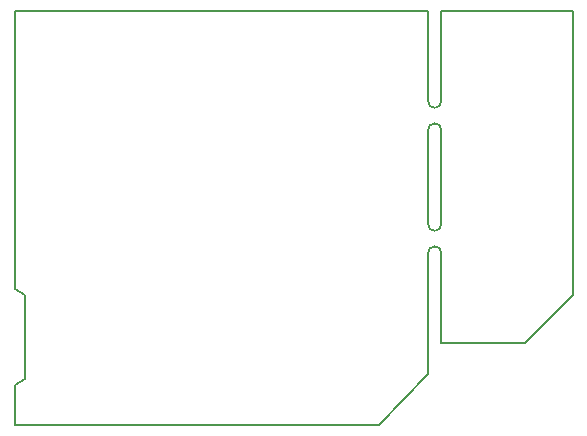
<source format=gbr>
%TF.GenerationSoftware,KiCad,Pcbnew,(6.0.0-rc1-dev-1614-ge850a482d)*%
%TF.CreationDate,2019-02-16T13:51:45-08:00*%
%TF.ProjectId,spriteSAMD,73707269-7465-4534-914d-442e6b696361,rev?*%
%TF.SameCoordinates,Original*%
%TF.FileFunction,Profile,NP*%
%FSLAX46Y46*%
G04 Gerber Fmt 4.6, Leading zero omitted, Abs format (unit mm)*
G04 Created by KiCad (PCBNEW (6.0.0-rc1-dev-1614-ge850a482d)) date 2019-02-16 13:51:45*
%MOMM*%
%LPD*%
G04 APERTURE LIST*
%ADD10C,0.150000*%
G04 APERTURE END LIST*
D10*
X116701044Y-84099400D02*
G75*
G02X117842556Y-84099400I570756J0D01*
G01*
X117842556Y-81635600D02*
G75*
G02X116701044Y-81635600I-570756J0D01*
G01*
X116701044Y-94513400D02*
G75*
G02X117842556Y-94513400I570756J0D01*
G01*
X117842556Y-92049600D02*
G75*
G02X116701044Y-92049600I-570756J0D01*
G01*
X116700300Y-104775000D02*
X112522000Y-109041600D01*
X117843300Y-84099400D02*
X117843300Y-92049600D01*
X117843300Y-74041000D02*
X117843300Y-81610200D01*
X117843300Y-94513400D02*
X117843300Y-102108000D01*
X116700300Y-104775000D02*
X116700300Y-94538800D01*
X116700300Y-92024200D02*
X116700300Y-84124800D01*
X116700300Y-81635600D02*
X116700300Y-74041000D01*
X124891800Y-102108000D02*
X117856000Y-102108000D01*
X128955800Y-98044000D02*
X124891800Y-102108000D01*
X128955800Y-74041600D02*
X128955800Y-98044000D01*
X117843300Y-74041000D02*
X128955800Y-74041000D01*
X82550000Y-98044000D02*
X81725100Y-97536000D01*
X82550000Y-105156000D02*
X81725100Y-105664000D01*
X81725100Y-105664000D02*
X81725100Y-109041600D01*
X82550000Y-98044000D02*
X82550000Y-105156000D01*
X81725100Y-109041600D02*
X112522000Y-109041600D01*
X116700300Y-74041600D02*
X81725100Y-74041600D01*
X81725100Y-74041600D02*
X81725100Y-97536000D01*
M02*

</source>
